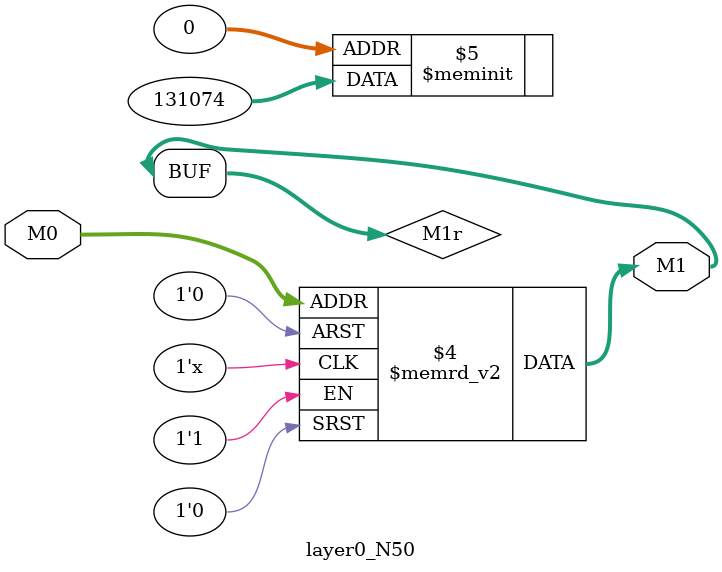
<source format=v>
module layer0_N50 ( input [3:0] M0, output [1:0] M1 );

	(*rom_style = "distributed" *) reg [1:0] M1r;
	assign M1 = M1r;
	always @ (M0) begin
		case (M0)
			4'b0000: M1r = 2'b10;
			4'b1000: M1r = 2'b10;
			4'b0100: M1r = 2'b00;
			4'b1100: M1r = 2'b00;
			4'b0010: M1r = 2'b00;
			4'b1010: M1r = 2'b00;
			4'b0110: M1r = 2'b00;
			4'b1110: M1r = 2'b00;
			4'b0001: M1r = 2'b00;
			4'b1001: M1r = 2'b00;
			4'b0101: M1r = 2'b00;
			4'b1101: M1r = 2'b00;
			4'b0011: M1r = 2'b00;
			4'b1011: M1r = 2'b00;
			4'b0111: M1r = 2'b00;
			4'b1111: M1r = 2'b00;

		endcase
	end
endmodule

</source>
